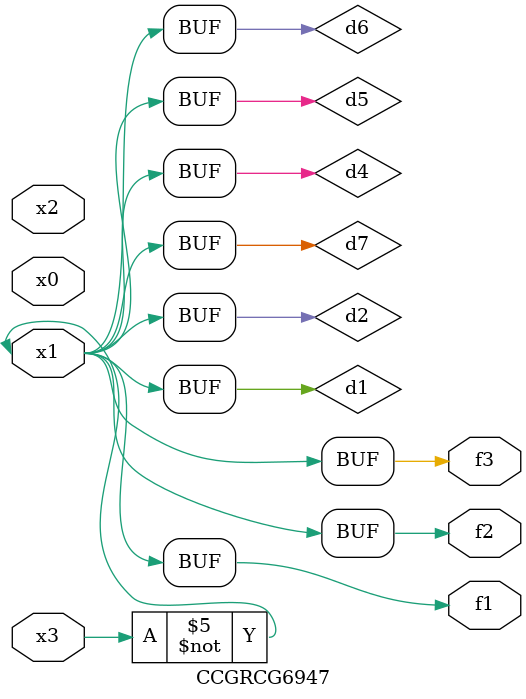
<source format=v>
module CCGRCG6947(
	input x0, x1, x2, x3,
	output f1, f2, f3
);

	wire d1, d2, d3, d4, d5, d6, d7;

	not (d1, x3);
	buf (d2, x1);
	xnor (d3, d1, d2);
	nor (d4, d1);
	buf (d5, d1, d2);
	buf (d6, d4, d5);
	nand (d7, d4);
	assign f1 = d6;
	assign f2 = d7;
	assign f3 = d6;
endmodule

</source>
